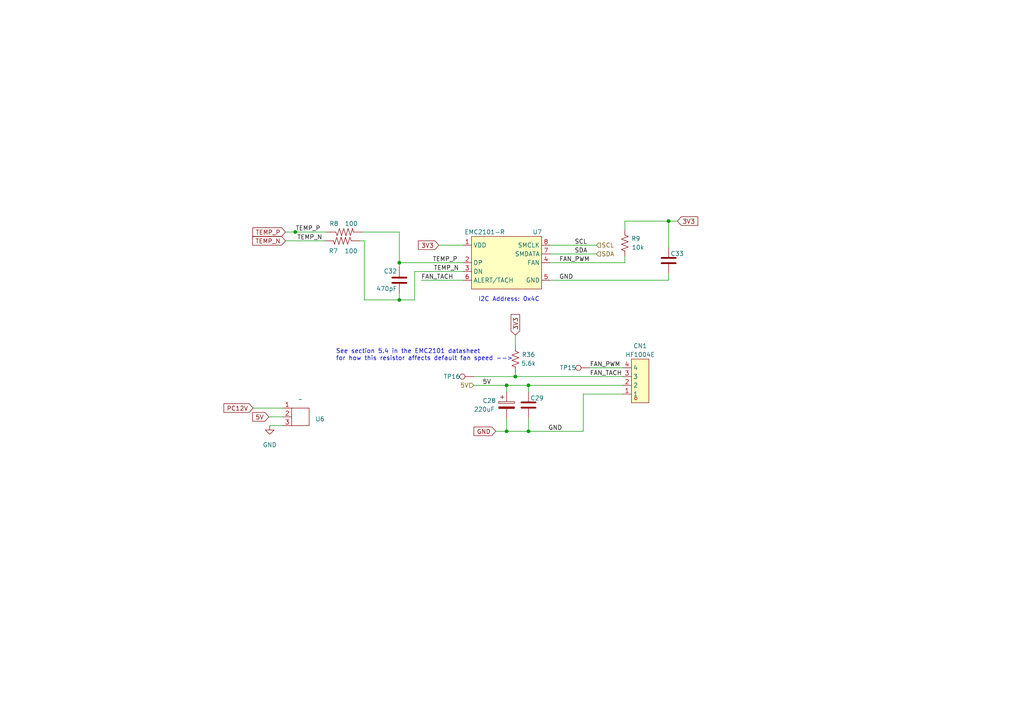
<source format=kicad_sch>
(kicad_sch (version 20230121) (generator eeschema)
  (paper "A4")
  (lib_symbols
    (symbol "5vldo:ldo"
      (property "Reference" "U" (at 0 0 0))
      (symbol "ldo_0_1"
        (rectangle (start -2.54 -7.62) (end 2.54 -7.62))
        (rectangle (start -2.54 -2.54) (end -2.54 -7.62))
        (rectangle (start -2.54 -2.54) (end 2.54 -2.54))
        (rectangle (start 2.54 -2.54) (end 2.54 -7.62))
      )
      (symbol "ldo_1_1"
        (pin input line (at -5.08 -2.54 0) (length 2.54) (name "") (number "1"))
        (pin input line (at -5.08 -5.08 0) (length 2.54) (name "") (number "2"))
        (pin input line (at -5.08 -7.62 0) (length 2.54) (name "") (number "3"))
      )
    )
    (symbol "Connector:TestPoint" (pin_numbers hide) (pin_names (offset 0.762) hide)
      (property "Reference" "TP" (at 0 6.858 0))
      (property "Value" "TestPoint" (at 0 5.08 0))
      (symbol "TestPoint_0_1"
        (circle (center 0 3.302) (radius 0.762))
      )
      (symbol "TestPoint_1_1"
        (pin passive line (at 0 0 90) (length 2.54) (name "1") (number "1"))
      )
    )
    (symbol "DayMiner-eagle-import:RESISTOR0402-RES"
      (property "Reference" "R" (at -3.81 1.4986 0))
      (property "Value" "RESISTOR0402-RES" (at -3.81 -3.302 0))
      (symbol "RESISTOR0402-RES_1_0"
        (polyline (pts (xy -2.54 0) (xy -2.159 1.016)) (stroke (width 0.1524)))
        (polyline (pts (xy -2.159 1.016) (xy -1.524 -1.016)) (stroke (width 0.1524)))
        (polyline (pts (xy -1.524 -1.016) (xy -0.889 1.016)) (stroke (width 0.1524)))
        (polyline (pts (xy -0.889 1.016) (xy -0.254 -1.016)) (stroke (width 0.1524)))
        (polyline (pts (xy -0.254 -1.016) (xy 0.381 1.016)) (stroke (width 0.1524)))
        (polyline (pts (xy 0.381 1.016) (xy 1.016 -1.016)) (stroke (width 0.1524)))
        (polyline (pts (xy 1.016 -1.016) (xy 1.651 1.016)) (stroke (width 0.1524)))
        (polyline (pts (xy 1.651 1.016) (xy 2.286 -1.016)) (stroke (width 0.1524)))
        (polyline (pts (xy 2.286 -1.016) (xy 2.54 0)) (stroke (width 0.1524)))
        (pin passive line (at -5.08 0 0) (length 2.54) (name "1") (number "1"))
        (pin passive line (at 5.08 0 180) (length 2.54) (name "2") (number "2"))
      )
    )
    (symbol "Device:C" (pin_numbers hide) (pin_names (offset 0.254))
      (property "Reference" "C" (at 0.635 2.54 0))
      (property "Value" "C" (at 0.635 -2.54 0))
      (symbol "C_0_1"
        (polyline (pts (xy -2.032 -0.762) (xy 2.032 -0.762)) (stroke (width 0.508)))
        (polyline (pts (xy -2.032 0.762) (xy 2.032 0.762)) (stroke (width 0.508)))
      )
      (symbol "C_1_1"
        (pin passive line (at 0 3.81 270) (length 2.794) (name "~") (number "1"))
        (pin passive line (at 0 -3.81 90) (length 2.794) (name "~") (number "2"))
      )
    )
    (symbol "Device:C_Polarized" (pin_numbers hide) (pin_names (offset 0.254))
      (property "Reference" "C" (at 0.635 2.54 0))
      (property "Value" "C_Polarized" (at 0.635 -2.54 0))
      (symbol "C_Polarized_0_1"
        (rectangle (start -2.286 0.508) (end 2.286 1.016))
        (polyline (pts (xy -1.778 2.286) (xy -0.762 2.286)))
        (polyline (pts (xy -1.27 2.794) (xy -1.27 1.778)))
        (rectangle (start 2.286 -0.508) (end -2.286 -1.016) (fill (type outline)))
      )
      (symbol "C_Polarized_1_1"
        (pin passive line (at 0 3.81 270) (length 2.794) (name "~") (number "1"))
        (pin passive line (at 0 -3.81 90) (length 2.794) (name "~") (number "2"))
      )
    )
    (symbol "Device:R_US" (pin_numbers hide) (pin_names (offset 0))
      (property "Reference" "R" (at 2.54 0 90))
      (property "Value" "R_US" (at -2.54 0 90))
      (symbol "R_US_0_1"
        (polyline (pts (xy 0 -2.286) (xy 0 -2.54)))
        (polyline (pts (xy 0 2.286) (xy 0 2.54)))
        (polyline (pts (xy 0 -0.762) (xy 1.016 -1.143) (xy 0 -1.524) (xy -1.016 -1.905) (xy 0 -2.286)))
        (polyline (pts (xy 0 0.762) (xy 1.016 0.381) (xy 0 0) (xy -1.016 -0.381) (xy 0 -0.762)))
        (polyline (pts (xy 0 2.286) (xy 1.016 1.905) (xy 0 1.524) (xy -1.016 1.143) (xy 0 0.762)))
      )
      (symbol "R_US_1_1"
        (pin passive line (at 0 3.81 270) (length 1.27) (name "~") (number "1"))
        (pin passive line (at 0 -3.81 90) (length 1.27) (name "~") (number "2"))
      )
    )
    (symbol "GND_1" (power) (pin_names (offset 0))
      (property "Value" "GND_1" (at 0 -3.81 0))
      (symbol "GND_1_0_1"
        (polyline (pts (xy 0 0) (xy 0 -1.27) (xy 1.27 -1.27) (xy 0 -2.54) (xy -1.27 -1.27) (xy 0 -1.27)))
      )
      (symbol "GND_1_1_1"
        (pin power_in line (at 0 0 270) (length 0) hide (name "GND") (number "1"))
      )
    )
    (symbol "dayminer:EMC2101"
      (property "Reference" "U" (at 8.89 8.89 0))
      (property "Value" "EMC2101" (at -6.35 8.89 0))
      (symbol "EMC2101_0_1"
        (rectangle (start -10.16 7.62) (end 10.16 -7.62) (stroke (width 0.1524)) (fill (type background)))
      )
      (symbol "EMC2101_1_1"
        (pin power_in line (at -12.7 5.08 0) (length 2.54) (name "VDD") (number "1"))
        (pin input line (at -12.7 0 0) (length 2.54) (name "DP") (number "2"))
        (pin input line (at -12.7 -2.54 0) (length 2.54) (name "DN") (number "3"))
        (pin output line (at 12.7 0 180) (length 2.54) (name "FAN") (number "4"))
        (pin power_in line (at 12.7 -5.08 180) (length 2.54) (name "GND") (number "5"))
        (pin input line (at -12.7 -5.08 0) (length 2.54) (name "ALERT/TACH") (number "6"))
        (pin input line (at 12.7 2.54 180) (length 2.54) (name "SMDATA") (number "7"))
        (pin input line (at 12.7 5.08 180) (length 2.54) (name "SMCLK") (number "8"))
      )
    )
    (symbol "lcsc:HF1004E"
      (property "Reference" "CN" (at 0 8.89 0))
      (property "Value" "HF1004E" (at 0 -8.89 0))
      (symbol "HF1004E_0_1"
        (rectangle (start -2.54 6.35) (end 2.54 -6.35) (fill (type background)))
        (circle (center -1.27 5.08) (radius 0.38))
        (pin unspecified line (at -5.08 3.81 0) (length 2.54) (name "1") (number "1"))
        (pin unspecified line (at -5.08 1.27 0) (length 2.54) (name "2") (number "2"))
        (pin unspecified line (at -5.08 -1.27 0) (length 2.54) (name "3") (number "3"))
        (pin unspecified line (at -5.08 -3.81 0) (length 2.54) (name "4") (number "4"))
      )
    )
  )
  (junction (at 146.939 111.76))
  (junction (at 115.824 86.995))
  (junction (at 153.289 125.095))
  (junction (at 153.289 111.76))
  (junction (at 115.824 76.2))
  (junction (at 85.6488 67.2846))
  (junction (at 146.939 125.095))
  (junction (at 149.479 109.22))
  (junction (at 193.929 64.135))
  (wire (pts (xy 85.6996 67.2592) (xy 85.6488 67.2592)))
  (wire (pts (xy 105.664 69.85) (xy 105.664 86.995)))
  (wire (pts (xy 153.289 111.76) (xy 180.594 111.76)))
  (wire (pts (xy 137.414 111.76) (xy 146.939 111.76)))
  (wire (pts (xy 153.289 111.76) (xy 153.289 113.665)))
  (wire (pts (xy 181.229 64.135) (xy 193.929 64.135)))
  (wire (pts (xy 85.6488 67.2592) (xy 85.6488 67.2846)))
  (wire (pts (xy 169.164 114.3) (xy 169.164 125.095)))
  (wire (pts (xy 134.239 78.74) (xy 120.269 78.74)))
  (wire (pts (xy 149.479 109.22) (xy 180.594 109.22)))
  (wire (pts (xy 149.479 97.155) (xy 149.479 100.33)))
  (wire (pts (xy 73.406 118.364) (xy 82.042 118.364)))
  (wire (pts (xy 171.069 106.68) (xy 180.594 106.68)))
  (wire (pts (xy 105.664 69.85) (xy 104.394 69.85)))
  (wire (pts (xy 169.164 114.3) (xy 180.594 114.3)))
  (wire (pts (xy 85.6488 67.2846) (xy 94.869 67.31)))
  (wire (pts (xy 122.174 81.28) (xy 134.239 81.28)))
  (wire (pts (xy 146.939 111.76) (xy 153.289 111.76)))
  (wire (pts (xy 153.289 125.095) (xy 169.164 125.095)))
  (wire (pts (xy 78.232 123.444) (xy 82.042 123.444)))
  (wire (pts (xy 149.479 107.95) (xy 149.479 109.22)))
  (wire (pts (xy 146.939 125.095) (xy 153.289 125.095)))
  (wire (pts (xy 82.804 67.31) (xy 85.6488 67.2846)))
  (wire (pts (xy 159.639 81.28) (xy 193.929 81.28)))
  (wire (pts (xy 115.824 86.995) (xy 120.269 86.995)))
  (wire (pts (xy 115.824 67.31) (xy 105.029 67.31)))
  (wire (pts (xy 159.639 73.66) (xy 172.974 73.66)))
  (wire (pts (xy 181.229 76.2) (xy 181.229 74.295)))
  (wire (pts (xy 159.639 76.2) (xy 181.229 76.2)))
  (wire (pts (xy 146.939 121.285) (xy 146.939 125.095)))
  (wire (pts (xy 105.664 86.995) (xy 115.824 86.995)))
  (wire (pts (xy 115.824 76.2) (xy 115.824 77.47)))
  (wire (pts (xy 127.254 71.12) (xy 134.239 71.12)))
  (wire (pts (xy 143.764 125.095) (xy 146.939 125.095)))
  (wire (pts (xy 82.804 69.85) (xy 94.234 69.85)))
  (wire (pts (xy 181.229 64.135) (xy 181.229 66.675)))
  (wire (pts (xy 196.469 64.135) (xy 193.929 64.135)))
  (wire (pts (xy 146.939 111.76) (xy 146.939 113.665)))
  (wire (pts (xy 120.269 86.995) (xy 120.269 78.74)))
  (wire (pts (xy 115.824 85.09) (xy 115.824 86.995)))
  (wire (pts (xy 193.929 64.135) (xy 193.929 71.755)))
  (wire (pts (xy 134.239 76.2) (xy 115.824 76.2)))
  (wire (pts (xy 159.639 71.12) (xy 172.974 71.12)))
  (wire (pts (xy 115.824 76.2) (xy 115.824 67.31)))
  (wire (pts (xy 153.289 121.285) (xy 153.289 125.095)))
  (wire (pts (xy 137.414 109.22) (xy 149.479 109.22)))
  (wire (pts (xy 77.978 120.904) (xy 82.042 120.904)))
  (wire (pts (xy 193.929 79.375) (xy 193.929 81.28)))
  (text "I2C Address: 0x4C" (at 138.684 87.63 0) (effects (font (size 1.27 1.27)) (justify left bottom)))
  (text "See section 5.4 in the EMC2101 datasheet \nfor how this resistor affects default fan speed -->" (at 97.409 104.775 0) (effects (font (size 1.27 1.27)) (justify left bottom)))
  (label "TEMP_N" (at 86.1568 69.85 0))
  (label "SDA" (at 166.624 73.66 0))
  (label "FAN_TACH" (at 122.174 81.28 0))
  (label "TEMP_P" (at 125.4506 76.2 0))
  (label "TEMP_P" (at 85.6996 67.2592 0))
  (label "FAN_TACH" (at 171.069 109.22 0))
  (label "TEMP_N" (at 125.7808 78.74 0))
  (label "SCL" (at 166.624 71.12 0))
  (label "GND" (at 159.004 125.095 0))
  (label "FAN_PWM" (at 171.069 106.68 0))
  (label "5V" (at 139.954 111.76 0))
  (label "FAN_PWM" (at 162.179 76.2 0))
  (label "GND" (at 162.179 81.28 0))
  (global_label "3V3" (shape input) (at 196.469 64.135 0) (property "Intersheetrefs" "${INTERSHEET_REFS}" (effects hide)))
  (global_label "5V" (shape input) (at 77.978 120.904 180) (property "Intersheetrefs" "${INTERSHEET_REFS}" (effects hide)))
  (global_label "TEMP_P" (shape input) (at 82.804 67.31 180) (property "Intersheetrefs" "${INTERSHEET_REFS}" (effects hide)))
  (global_label "PC12V" (shape input) (at 73.406 118.364 180) (property "Intersheetrefs" "${INTERSHEET_REFS}" (effects hide)))
  (global_label "3V3" (shape input) (at 127.2794 71.12 180) (property "Intersheetrefs" "${INTERSHEET_REFS}" (effects hide)))
  (global_label "3V3" (shape input) (at 149.479 97.155 90) (property "Intersheetrefs" "${INTERSHEET_REFS}" (effects hide)))
  (global_label "GND" (shape input) (at 143.764 125.095 180) (property "Intersheetrefs" "${INTERSHEET_REFS}" (effects hide)))
  (global_label "TEMP_N" (shape input) (at 82.804 69.85 180) (property "Intersheetrefs" "${INTERSHEET_REFS}" (effects hide)))
  (hierarchical_label "SDA" (shape input) (at 172.974 73.66 0))
  (hierarchical_label "SCL" (shape input) (at 172.974 71.12 0))
  (hierarchical_label "5V" (shape input) (at 137.414 111.76 180))
  (symbol (lib_id "5vldo:ldo") (at 87.122 115.824 0) (unit 1)
    (property "Reference" "U6" (at 91.44 121.539 0) (effects (justify left)))
    (property "Value" "~" (at 87.122 115.824 0))
    (property "Footprint" "DOWNLOADED:VREG_L7805CDT-TR" (effects hide))
    (instances (project "VooDoo 4x PCIe" (path "" (reference "U6") (unit 1)) (path "" (reference "U9") (unit 1))))
  )
  (symbol (lib_id "DayMiner-eagle-import:RESISTOR0402-RES") (at 99.949 67.31 0) (mirror x) (unit 1)
    (property "Reference" "R8" (at 95.504 64.135 0) (effects (justify left bottom)))
    (property "Value" "100" (at 99.949 64.135 0) (effects (justify left bottom)))
    (property "Footprint" "Resistor_SMD:R_0402_1005Metric" (effects hide))
    (property "DK" "RMCF0402FT100RCT-ND" (effects hide))
    (property "PARTNO" "RMCF0402FT100R" (effects hide))
    (instances (project "Hashat" (path "" (reference "R8") (unit 1))) (project "VooDoo 4x PCIe" (path "" (reference "R14") (unit 1))) (project "fan" (path "" (reference "R8") (unit 1))) (project "bitaxeMax" (path "" (reference "R8") (unit 1))))
  )
  (symbol (lib_id "Device:R_US") (at 149.479 104.14 180) (unit 1)
    (property "Reference" "R36" (at 153.289 102.87 0))
    (property "Value" "5.6k" (at 153.289 105.41 0))
    (property "Footprint" "Resistor_SMD:R_0402_1005Metric" (effects hide))
    (instances (project "Hashat" (path "" (reference "R36") (unit 1))) (project "VooDoo 4x PCIe" (path "" (reference "R15") (unit 1))) (project "fan" (path "" (reference "R36") (unit 1))) (project "bitaxeMax" (path "" (reference "R36") (unit 1))))
  )
  (symbol (lib_id "Device:C") (at 153.289 117.475 0) (mirror y) (unit 1)
    (property "Reference" "C29" (at 157.734 116.205 0) (effects (justify left bottom)))
    (property "Value" "0.1uF" (at 159.639 120.65 0) (effects (justify left bottom)))
    (property "Footprint" "Capacitor_SMD:C_0402_1005Metric" (effects hide))
    (property "Value" "311-3342-1-ND" (effects hide))
    (property "DK" "1292-1639-1-ND" (effects hide))
    (property "PARTNO" "0402X104K100CT" (effects hide))
    (instances (project "Hashat" (path "" (reference "C29") (unit 1))) (project "VooDoo 4x PCIe" (path "" (reference "C40") (unit 1))) (project "fan" (path "" (reference "C29") (unit 1))) (project "bitaxeMax" (path "" (reference "C29") (unit 1))))
  )
  (symbol (lib_id "Connector:TestPoint") (at 171.069 106.68 90) (mirror x) (unit 1)
    (property "Reference" "TP15" (at 164.719 106.68 90))
    (property "Value" "TestPoint" (effects hide))
    (property "Footprint" "TestPoint:TestPoint_Pad_D1.5mm" (effects hide))
    (property "DNP" "T" (effects hide))
    (instances (project "Hashat" (path "" (reference "TP15") (unit 1))) (project "VooDoo 4x PCIe" (path "" (reference "TP2") (unit 1))) (project "fan" (path "" (reference "TP15") (unit 1))) (project "bitaxeMax" (path "" (reference "TP15") (unit 1))))
  )
  (symbol (lib_id "Device:C_Polarized") (at 146.939 117.475 0) (unit 1)
    (property "Reference" "C28" (at 139.954 116.205 0) (effects (justify left)))
    (property "Value" "220uF" (at 137.414 118.745 0) (effects (justify left)))
    (property "Footprint" "Capacitor_SMD:CP_Elec_6.3x7.7" (effects hide))
    (property "DK" "732-8422-1-ND" (effects hide))
    (property "PARTNO" "865080345012" (effects hide))
    (instances (project "Hashat" (path "" (reference "C28") (unit 1))) (project "VooDoo 4x PCIe" (path "" (reference "C27") (unit 1))) (project "fan" (path "" (reference "C28") (unit 1))) (project "bitaxeMax" (path "" (reference "C28") (unit 1))))
  )
  (symbol (lib_id "Connector:TestPoint") (at 137.414 109.22 90) (mirror x) (unit 1)
    (property "Reference" "TP16" (at 131.064 109.22 90))
    (property "Value" "TestPoint" (effects hide))
    (property "Footprint" "TestPoint:TestPoint_Pad_D1.5mm" (effects hide))
    (property "DNP" "T" (effects hide))
    (instances (project "Hashat" (path "" (reference "TP16") (unit 1))) (project "VooDoo 4x PCIe" (path "" (reference "TP1") (unit 1))) (project "fan" (path "" (reference "TP16") (unit 1))) (project "bitaxeMax" (path "" (reference "TP16") (unit 1))))
  )
  (symbol (lib_name "GND_1") (lib_id "power:GND") (at 78.232 123.444 0) (unit 1)
    (property "Reference" "#PWR016" (effects hide))
    (property "Value" "GND" (at 78.232 129.032 0))
    (instances (project "VooDoo 4x PCIe" (path "" (reference "#PWR016") (unit 1)) (path "" (reference "#PWR05") (unit 1))))
  )
  (symbol (lib_id "dayminer:EMC2101") (at 146.939 76.2 0) (unit 1)
    (property "Reference" "U7" (at 155.829 67.31 0))
    (property "Value" "EMC2101-R" (at 140.589 67.31 0))
    (property "Footprint" "Package_SO:TSSOP-8_3x3mm_P0.65mm" (effects hide))
    (property "Datasheet" "https://ww1.microchip.com/downloads/en/DeviceDoc/2101.pdf" (effects hide))
    (property "DK" "EMC2101-R-ACZL-CT-ND" (effects hide))
    (property "PARTNO" "EMC2101-R-ACZL-TR" (effects hide))
    (property "LCSC Part" "C626968" (effects hide))
  )
  (symbol (lib_id "lcsc:HF1004E") (at 185.674 110.49 0) (mirror x) (unit 1)
    (property "Reference" "CN1" (at 185.674 100.33 0))
    (property "Value" "HF1004E" (at 185.674 102.87 0))
    (property "Footprint" "EASYEDA2KICAD:CONN-TH_4P-P2.54_HF1004E" (effects hide))
    (property "Manufacturer" "FOXCONN(富士康)" (effects hide))
    (property "LCSC Part" "C2761402" (effects hide))
    (property "JLC Part" "Extended Part" (effects hide))
  )
  (symbol (lib_id "Device:R_US") (at 181.229 70.485 180) (unit 1)
    (property "Reference" "R9" (at 184.404 69.215 0))
    (property "Value" "10k" (at 185.039 71.755 0))
    (property "Footprint" "Resistor_SMD:R_0402_1005Metric" (effects hide))
    (property "DK" "311-10KJRCT-ND" (effects hide))
    (property "PARTNO" "RC0402JR-0710KL" (effects hide))
    (instances (project "Hashat" (path "" (reference "R9") (unit 1))) (project "VooDoo 4x PCIe" (path "" (reference "R16") (unit 1))) (project "fan" (path "" (reference "R9") (unit 1))) (project "bitaxeMax" (path "" (reference "R9") (unit 1))))
  )
  (symbol (lib_id "Device:C") (at 115.824 81.28 0) (mirror y) (unit 1)
    (property "Reference" "C32" (at 115.189 79.375 0) (effects (justify left bottom)))
    (property "Value" "470pF" (at 115.189 84.455 0) (effects (justify left bottom)))
    (property "Footprint" "Capacitor_SMD:C_0402_1005Metric" (effects hide))
    (property "DK" "1276-1566-1-ND" (effects hide))
    (property "PARTNO" "CL05B471KB5NNNC" (effects hide))
    (instances (project "Hashat" (path "" (reference "C32") (unit 1))) (project "VooDoo 4x PCIe" (path "" (reference "C1") (unit 1))) (project "fan" (path "" (reference "C32") (unit 1))) (project "bitaxeMax" (path "" (reference "C32") (unit 1))))
  )
  (symbol (lib_id "DayMiner-eagle-import:RESISTOR0402-RES") (at 99.314 69.85 0) (mirror y) (unit 1)
    (property "Reference" "R7" (at 98.044 73.53 0) (effects (justify left bottom)))
    (property "Value" "100" (at 103.759 73.53 0) (effects (justify left bottom)))
    (property "Footprint" "Resistor_SMD:R_0402_1005Metric" (effects hide))
    (property "DK" "RMCF0402FT100RCT-ND" (effects hide))
    (property "PARTNO" "RMCF0402FT100R" (effects hide))
    (instances (project "Hashat" (path "" (reference "R7") (unit 1))) (project "VooDoo 4x PCIe" (path "" (reference "R13") (unit 1))) (project "fan" (path "" (reference "R7") (unit 1))) (project "bitaxeMax" (path "" (reference "R7") (unit 1))))
  )
  (symbol (lib_id "Device:C") (at 193.929 75.565 0) (mirror y) (unit 1)
    (property "Reference" "C33" (at 198.374 74.295 0) (effects (justify left bottom)))
    (property "Value" "0.1uF" (at 200.279 78.74 0) (effects (justify left bottom)))
    (property "Footprint" "Capacitor_SMD:C_0402_1005Metric" (effects hide))
    (property "Value" "311-3342-1-ND" (effects hide))
    (property "DK" "1292-1639-1-ND" (effects hide))
    (property "PARTNO" "0402X104K100CT" (effects hide))
    (instances (project "Hashat" (path "" (reference "C33") (unit 1))) (project "VooDoo 4x PCIe" (path "" (reference "C41") (unit 1))) (project "fan" (path "" (reference "C33") (unit 1))) (project "bitaxeMax" (path "" (reference "C33") (unit 1))))
  )
)
</source>
